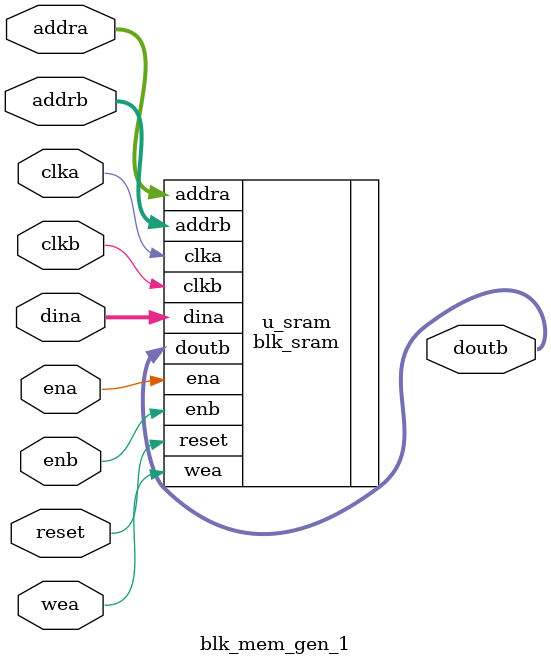
<source format=v>
module blk_mem_gen_1 #(
    parameter ADDR_WIDTH = 10,
    parameter DATA_WIDTH = 256
)(
    input clka,
    input reset,
    input ena,
    input wea,
    input [ADDR_WIDTH-1:0] addra,
    input [DATA_WIDTH-1:0] dina,

    input clkb,
    input enb,
    input [ADDR_WIDTH-1:0] addrb,
    output [DATA_WIDTH-1:0] doutb
);

    blk_sram #(
        .ADDR_WIDTH(ADDR_WIDTH),
        .DATA_WIDTH(DATA_WIDTH)
    ) u_sram (
        .clka(clka),
        .reset(reset),
        .ena(ena),
        .wea(wea),
        .addra(addra),
        .dina(dina),

        .clkb(clkb),
        .enb(enb),
        .addrb(addrb),
        .doutb(doutb)
    );

endmodule

</source>
